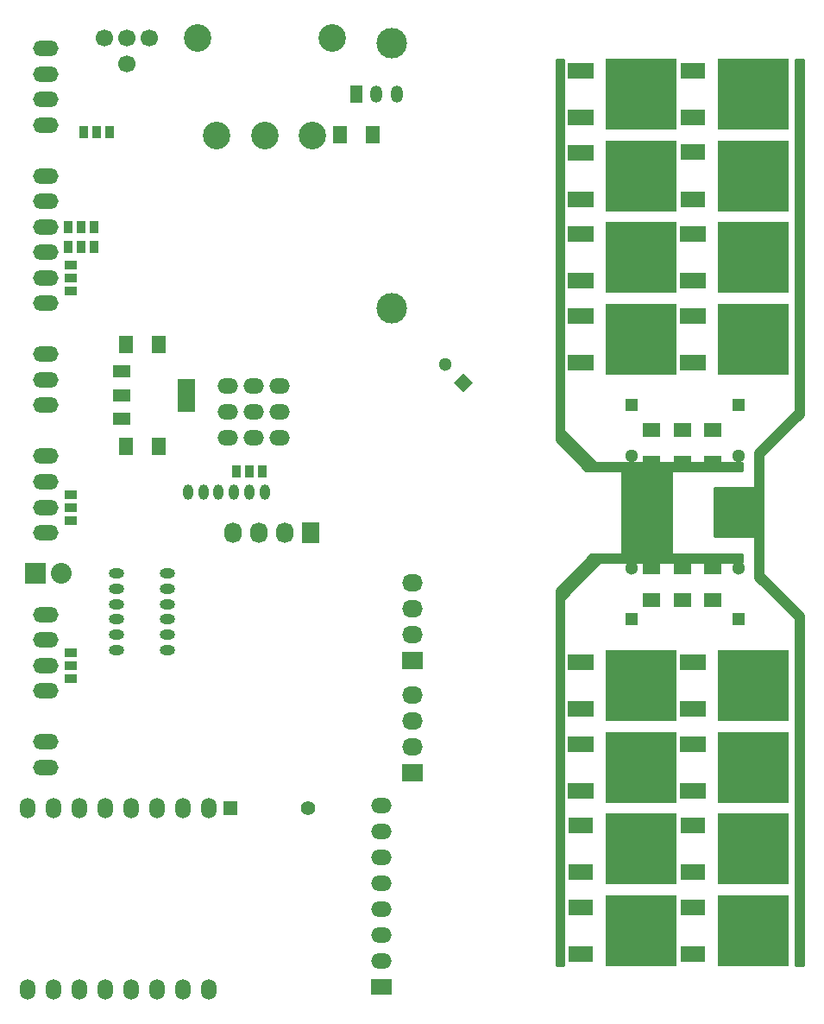
<source format=gbr>
G04 #@! TF.FileFunction,Soldermask,Bot*
%FSLAX46Y46*%
G04 Gerber Fmt 4.6, Leading zero omitted, Abs format (unit mm)*
G04 Created by KiCad (PCBNEW 4.0.7) date 12/18/17 20:41:25*
%MOMM*%
%LPD*%
G01*
G04 APERTURE LIST*
%ADD10C,0.100000*%
%ADD11R,2.032000X1.727200*%
%ADD12O,2.032000X1.727200*%
%ADD13R,1.300000X1.300000*%
%ADD14C,1.300000*%
%ADD15O,1.524000X1.000000*%
%ADD16O,1.000000X1.524000*%
%ADD17R,1.700000X1.200000*%
%ADD18R,1.700000X3.300000*%
%ADD19R,2.499360X1.501140*%
%ADD20R,7.000240X7.000240*%
%ADD21R,2.400000X1.500000*%
%ADD22R,1.727200X2.032000*%
%ADD23O,1.727200X2.032000*%
%ADD24O,2.500000X1.500000*%
%ADD25R,1.400000X1.800000*%
%ADD26R,1.800000X1.400000*%
%ADD27R,1.270000X0.965200*%
%ADD28R,0.965200X1.270000*%
%ADD29R,2.000000X1.500000*%
%ADD30O,2.000000X1.500000*%
%ADD31R,2.032000X2.032000*%
%ADD32O,2.032000X2.032000*%
%ADD33C,4.064000*%
%ADD34C,1.700000*%
%ADD35O,1.500000X2.000000*%
%ADD36R,1.397000X1.397000*%
%ADD37C,1.397000*%
%ADD38R,1.200000X1.700000*%
%ADD39O,1.200000X1.700000*%
%ADD40C,2.700000*%
%ADD41C,3.000000*%
%ADD42C,0.254000*%
G04 APERTURE END LIST*
D10*
D11*
X39000000Y-73500000D03*
D12*
X39000000Y-70960000D03*
X39000000Y-68420000D03*
X39000000Y-65880000D03*
D13*
X71000000Y-58500000D03*
D14*
X71000000Y-53500000D03*
D15*
X10000000Y-61500000D03*
X10000000Y-60000000D03*
X10000000Y-58500000D03*
X10000000Y-57000000D03*
X10000000Y-55500000D03*
X10000000Y-54000000D03*
D16*
X24500000Y-46000000D03*
X23000000Y-46000000D03*
X21500000Y-46000000D03*
X20000000Y-46000000D03*
X18500000Y-46000000D03*
X17000000Y-46000000D03*
D17*
X10500000Y-38800000D03*
X10500000Y-36500000D03*
X10500000Y-34200000D03*
D18*
X16800000Y-36500000D03*
D19*
X55550680Y-9275840D03*
X55550680Y-4724160D03*
D20*
X61449320Y-7000000D03*
D19*
X55550680Y-17275840D03*
X55550680Y-12724160D03*
D20*
X61449320Y-15000000D03*
D19*
X66550680Y-25275840D03*
X66550680Y-20724160D03*
D20*
X72449320Y-23000000D03*
D19*
X55550680Y-25275840D03*
X55550680Y-20724160D03*
D20*
X61449320Y-23000000D03*
D19*
X66550680Y-33275840D03*
X66550680Y-28724160D03*
D20*
X72449320Y-31000000D03*
D19*
X55550680Y-33275840D03*
X55550680Y-28724160D03*
D20*
X61449320Y-31000000D03*
D19*
X66550680Y-67275840D03*
X66550680Y-62724160D03*
D20*
X72449320Y-65000000D03*
D19*
X55550680Y-67275840D03*
X55550680Y-62724160D03*
D20*
X61449320Y-65000000D03*
D19*
X66550680Y-75275840D03*
X66550680Y-70724160D03*
D20*
X72449320Y-73000000D03*
D19*
X55550680Y-75275840D03*
X55550680Y-70724160D03*
D20*
X61449320Y-73000000D03*
D21*
X66550000Y-9300000D03*
X66550000Y-4700000D03*
D20*
X72449320Y-7000000D03*
D21*
X66550000Y-17300000D03*
X66550000Y-12700000D03*
D20*
X72449320Y-15000000D03*
D22*
X29000000Y-50000000D03*
D23*
X26460000Y-50000000D03*
X23920000Y-50000000D03*
X21380000Y-50000000D03*
D13*
X71000000Y-37500000D03*
D14*
X71000000Y-42500000D03*
D13*
X60500000Y-37500000D03*
D14*
X60500000Y-42500000D03*
D13*
X60500000Y-58500000D03*
D14*
X60500000Y-53500000D03*
D24*
X3000000Y-58000000D03*
X3000000Y-60500000D03*
X3000000Y-63000000D03*
X3000000Y-65500000D03*
X3000000Y-15000000D03*
X3000000Y-17500000D03*
X3000000Y-20000000D03*
X3000000Y-22500000D03*
X3000000Y-25000000D03*
X3000000Y-27500000D03*
D25*
X14100000Y-31500000D03*
X10900000Y-31500000D03*
X14100000Y-41500000D03*
X10900000Y-41500000D03*
D26*
X68500000Y-39900000D03*
X68500000Y-43100000D03*
X65500000Y-39900000D03*
X65500000Y-43100000D03*
X62500000Y-39900000D03*
X62500000Y-43100000D03*
D27*
X5500000Y-61730000D03*
X5500000Y-63000000D03*
X5500000Y-64270000D03*
D28*
X24270000Y-44000000D03*
X23000000Y-44000000D03*
X21730000Y-44000000D03*
D27*
X5500000Y-26270000D03*
X5500000Y-25000000D03*
X5500000Y-23730000D03*
D26*
X62500000Y-56600000D03*
X62500000Y-53400000D03*
X68500000Y-56600000D03*
X68500000Y-53400000D03*
X65500000Y-56600000D03*
X65500000Y-53400000D03*
D15*
X15000000Y-61500000D03*
X15000000Y-60000000D03*
X15000000Y-58500000D03*
X15000000Y-57000000D03*
X15000000Y-55500000D03*
X15000000Y-54000000D03*
D29*
X36000000Y-94500000D03*
D30*
X36000000Y-91960000D03*
X36000000Y-89420000D03*
X36000000Y-86880000D03*
X36000000Y-84340000D03*
X36000000Y-81800000D03*
X36000000Y-79260000D03*
X36000000Y-76720000D03*
D25*
X35100000Y-11000000D03*
X31900000Y-11000000D03*
D24*
X3000000Y-70500000D03*
X3000000Y-73000000D03*
D21*
X66550000Y-83300000D03*
X66550000Y-78700000D03*
D20*
X72449320Y-81000000D03*
D21*
X55550000Y-83300000D03*
X55550000Y-78700000D03*
D20*
X61449320Y-81000000D03*
D21*
X66550000Y-91300000D03*
X66550000Y-86700000D03*
D20*
X72449320Y-89000000D03*
D21*
X55550000Y-91300000D03*
X55550000Y-86700000D03*
D20*
X61449320Y-89000000D03*
D24*
X3000000Y-2500000D03*
X3000000Y-5000000D03*
X3000000Y-7500000D03*
X3000000Y-10000000D03*
X3000000Y-42500000D03*
X3000000Y-45000000D03*
X3000000Y-47500000D03*
X3000000Y-50000000D03*
D31*
X2000000Y-54000000D03*
D32*
X4540000Y-54000000D03*
D24*
X3000000Y-32500000D03*
X3000000Y-35000000D03*
X3000000Y-37500000D03*
D11*
X39000000Y-62500000D03*
D12*
X39000000Y-59960000D03*
X39000000Y-57420000D03*
X39000000Y-54880000D03*
D30*
X25960000Y-40700000D03*
X25960000Y-38160000D03*
X25960000Y-35620000D03*
X23420000Y-40700000D03*
X23420000Y-38160000D03*
X23420000Y-35620000D03*
X20880000Y-40700000D03*
X20880000Y-38160000D03*
X20880000Y-35620000D03*
D28*
X6730000Y-10750000D03*
X8000000Y-10750000D03*
X9270000Y-10750000D03*
D27*
X5500000Y-46230000D03*
X5500000Y-47500000D03*
X5500000Y-48770000D03*
D33*
X71000000Y-48000000D03*
X62000000Y-48000000D03*
D34*
X8800000Y-1500000D03*
X11000000Y-1500000D03*
X11000000Y-4000000D03*
X13200000Y-1500000D03*
D35*
X19000000Y-77000000D03*
X16460000Y-77000000D03*
X13920000Y-77000000D03*
X11380000Y-77000000D03*
X8840000Y-77000000D03*
X6300000Y-77000000D03*
X3760000Y-77000000D03*
X1220000Y-77000000D03*
X19000000Y-94780000D03*
X16460000Y-94780000D03*
X13920000Y-94780000D03*
X11380000Y-94780000D03*
X8840000Y-94780000D03*
X6300000Y-94780000D03*
X3760000Y-94780000D03*
X1220000Y-94780000D03*
D14*
X42232233Y-33482233D03*
D10*
G36*
X44919239Y-35250000D02*
X44000000Y-36169239D01*
X43080761Y-35250000D01*
X44000000Y-34330761D01*
X44919239Y-35250000D01*
X44919239Y-35250000D01*
G37*
D28*
X5230000Y-20000000D03*
X6500000Y-20000000D03*
X7770000Y-20000000D03*
X7770000Y-22000000D03*
X6500000Y-22000000D03*
X5230000Y-22000000D03*
D36*
X21190000Y-77000000D03*
D37*
X28810000Y-77000000D03*
D38*
X33500000Y-7000000D03*
D39*
X35500000Y-7000000D03*
X37500000Y-7000000D03*
D40*
X19800000Y-11030000D03*
X24500000Y-11030000D03*
X29200000Y-11030000D03*
X17895000Y-1500000D03*
X31105000Y-1500000D03*
D41*
X37000000Y-28000000D03*
X37000000Y-2000000D03*
D42*
G36*
X53873000Y-40000000D02*
X53883006Y-40049410D01*
X53910197Y-40089803D01*
X56910197Y-43089803D01*
X56952211Y-43117666D01*
X57000000Y-43127000D01*
X71373000Y-43127000D01*
X71373000Y-43873000D01*
X64500000Y-43873000D01*
X64450590Y-43883006D01*
X64408965Y-43911447D01*
X64381685Y-43953841D01*
X64373000Y-44000000D01*
X64373000Y-52000000D01*
X64383006Y-52049410D01*
X64411447Y-52091035D01*
X64453841Y-52118315D01*
X64500000Y-52127000D01*
X71373000Y-52127000D01*
X71373000Y-52873000D01*
X57500000Y-52873000D01*
X57450590Y-52883006D01*
X57410197Y-52910197D01*
X53910197Y-56410197D01*
X53882334Y-56452211D01*
X53873000Y-56500000D01*
X53873000Y-92373000D01*
X53127000Y-92373000D01*
X53127000Y-55552606D01*
X56552606Y-52127000D01*
X59500000Y-52127000D01*
X59549410Y-52116994D01*
X59591035Y-52088553D01*
X59618315Y-52046159D01*
X59627000Y-52000000D01*
X59627000Y-44000000D01*
X59616994Y-43950590D01*
X59588553Y-43908965D01*
X59546159Y-43881685D01*
X59500000Y-43873000D01*
X56052606Y-43873000D01*
X53127000Y-40947394D01*
X53127000Y-3627000D01*
X53873000Y-3627000D01*
X53873000Y-40000000D01*
X53873000Y-40000000D01*
G37*
X53873000Y-40000000D02*
X53883006Y-40049410D01*
X53910197Y-40089803D01*
X56910197Y-43089803D01*
X56952211Y-43117666D01*
X57000000Y-43127000D01*
X71373000Y-43127000D01*
X71373000Y-43873000D01*
X64500000Y-43873000D01*
X64450590Y-43883006D01*
X64408965Y-43911447D01*
X64381685Y-43953841D01*
X64373000Y-44000000D01*
X64373000Y-52000000D01*
X64383006Y-52049410D01*
X64411447Y-52091035D01*
X64453841Y-52118315D01*
X64500000Y-52127000D01*
X71373000Y-52127000D01*
X71373000Y-52873000D01*
X57500000Y-52873000D01*
X57450590Y-52883006D01*
X57410197Y-52910197D01*
X53910197Y-56410197D01*
X53882334Y-56452211D01*
X53873000Y-56500000D01*
X53873000Y-92373000D01*
X53127000Y-92373000D01*
X53127000Y-55552606D01*
X56552606Y-52127000D01*
X59500000Y-52127000D01*
X59549410Y-52116994D01*
X59591035Y-52088553D01*
X59618315Y-52046159D01*
X59627000Y-52000000D01*
X59627000Y-44000000D01*
X59616994Y-43950590D01*
X59588553Y-43908965D01*
X59546159Y-43881685D01*
X59500000Y-43873000D01*
X56052606Y-43873000D01*
X53127000Y-40947394D01*
X53127000Y-3627000D01*
X53873000Y-3627000D01*
X53873000Y-40000000D01*
G36*
X77373000Y-38447394D02*
X73410197Y-42410197D01*
X73382334Y-42452211D01*
X73373000Y-42500000D01*
X73373000Y-54000000D01*
X73383006Y-54049410D01*
X73410197Y-54089803D01*
X77373000Y-58052606D01*
X77373000Y-92373000D01*
X76627000Y-92373000D01*
X76627000Y-58500000D01*
X76616994Y-58450590D01*
X76589803Y-58410197D01*
X72627000Y-54447394D01*
X72627000Y-50500000D01*
X72616994Y-50450590D01*
X72588553Y-50408965D01*
X72546159Y-50381685D01*
X72500000Y-50373000D01*
X68627000Y-50373000D01*
X68627000Y-45627000D01*
X72500000Y-45627000D01*
X72549410Y-45616994D01*
X72591035Y-45588553D01*
X72618315Y-45546159D01*
X72627000Y-45500000D01*
X72627000Y-42052606D01*
X76589803Y-38089803D01*
X76617666Y-38047789D01*
X76627000Y-38000000D01*
X76627000Y-3627000D01*
X77373000Y-3627000D01*
X77373000Y-38447394D01*
X77373000Y-38447394D01*
G37*
X77373000Y-38447394D02*
X73410197Y-42410197D01*
X73382334Y-42452211D01*
X73373000Y-42500000D01*
X73373000Y-54000000D01*
X73383006Y-54049410D01*
X73410197Y-54089803D01*
X77373000Y-58052606D01*
X77373000Y-92373000D01*
X76627000Y-92373000D01*
X76627000Y-58500000D01*
X76616994Y-58450590D01*
X76589803Y-58410197D01*
X72627000Y-54447394D01*
X72627000Y-50500000D01*
X72616994Y-50450590D01*
X72588553Y-50408965D01*
X72546159Y-50381685D01*
X72500000Y-50373000D01*
X68627000Y-50373000D01*
X68627000Y-45627000D01*
X72500000Y-45627000D01*
X72549410Y-45616994D01*
X72591035Y-45588553D01*
X72618315Y-45546159D01*
X72627000Y-45500000D01*
X72627000Y-42052606D01*
X76589803Y-38089803D01*
X76617666Y-38047789D01*
X76627000Y-38000000D01*
X76627000Y-3627000D01*
X77373000Y-3627000D01*
X77373000Y-38447394D01*
M02*

</source>
